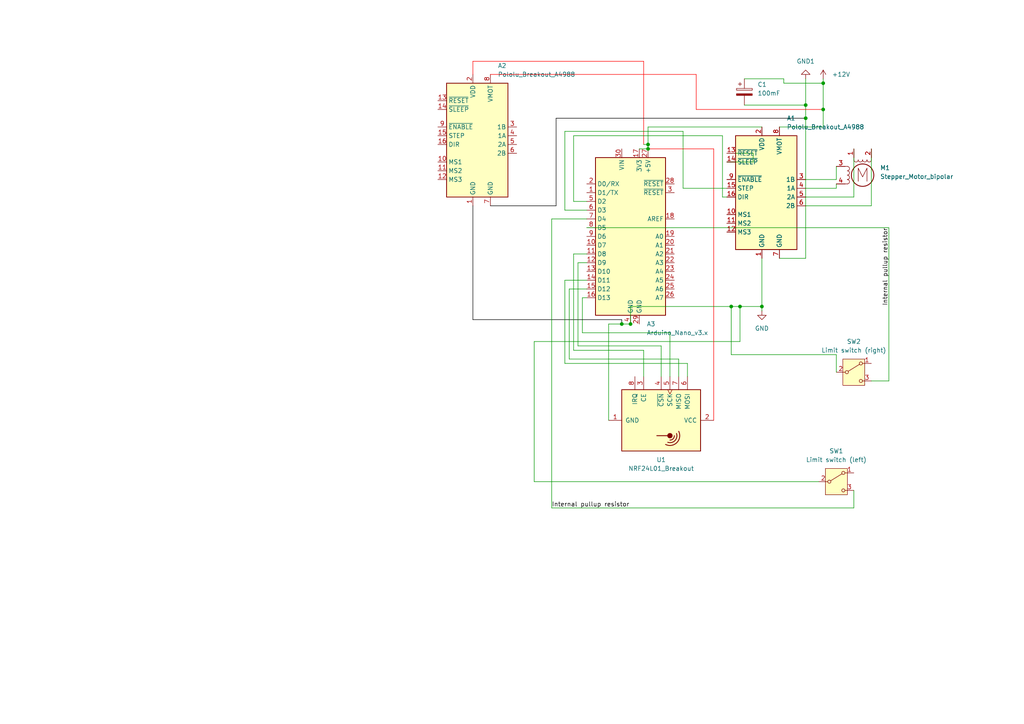
<source format=kicad_sch>
(kicad_sch (version 20250114) (generator "eeschema") (generator_version "9.0")
  (paper "A4")
  (lib_symbols
    (symbol "Device:C_Polarized" (pin_numbers (hide yes)) (pin_names (offset 0.254))
      (property "Reference" "C" (at 0.635 2.54 0))
      (property "Value" "C_Polarized" (at 0.635 -2.54 0))
      (symbol "C_Polarized_0_1"
        (rectangle (start -2.286 0.508) (end 2.286 1.016))
        (polyline (pts (xy -1.778 2.286) (xy -0.762 2.286)))
        (polyline (pts (xy -1.27 2.794) (xy -1.27 1.778)))
        (rectangle (start 2.286 -0.508) (end -2.286 -1.016) (fill (type outline)))
      )
      (symbol "C_Polarized_1_1"
        (pin passive line (at 0 3.81 270) (length 2.794) (name "~") (number "1"))
        (pin passive line (at 0 -3.81 90) (length 2.794) (name "~") (number "2"))
      )
    )
    (symbol "Driver_Motor:Pololu_Breakout_A4988"
      (property "Reference" "A" (at -2.54 19.05 0))
      (property "Value" "Pololu_Breakout_A4988" (at -2.54 16.51 0))
      (symbol "Pololu_Breakout_A4988_0_1"
        (rectangle (start 10.16 -17.78) (end -7.62 15.24) (stroke (width 0.254)) (fill (type background)))
      )
      (symbol "Pololu_Breakout_A4988_1_1"
        (pin input line (at -10.16 10.16 0) (length 2.54) (name "~{RESET}") (number "13"))
        (pin input line (at -10.16 7.62 0) (length 2.54) (name "~{SLEEP}") (number "14"))
        (pin input line (at -10.16 2.54 0) (length 2.54) (name "~{ENABLE}") (number "9"))
        (pin input line (at -10.16 0 0) (length 2.54) (name "STEP") (number "15"))
        (pin input line (at -10.16 -2.54 0) (length 2.54) (name "DIR") (number "16"))
        (pin input line (at -10.16 -7.62 0) (length 2.54) (name "MS1") (number "10"))
        (pin input line (at -10.16 -10.16 0) (length 2.54) (name "MS2") (number "11"))
        (pin input line (at -10.16 -12.7 0) (length 2.54) (name "MS3") (number "12"))
        (pin power_in line (at 0 17.78 270) (length 2.54) (name "VDD") (number "2"))
        (pin power_in line (at 0 -20.32 90) (length 2.54) (name "GND") (number "1"))
        (pin power_in line (at 5.08 17.78 270) (length 2.54) (name "VMOT") (number "8"))
        (pin power_in line (at 5.08 -20.32 90) (length 2.54) (name "GND") (number "7"))
        (pin output line (at 12.7 2.54 180) (length 2.54) (name "1B") (number "3"))
        (pin output line (at 12.7 0 180) (length 2.54) (name "1A") (number "4"))
        (pin output line (at 12.7 -2.54 180) (length 2.54) (name "2A") (number "5"))
        (pin output line (at 12.7 -5.08 180) (length 2.54) (name "2B") (number "6"))
      )
    )
    (symbol "MCU_Module:Arduino_Nano_v3.x"
      (property "Reference" "A" (at -10.16 23.495 0))
      (property "Value" "Arduino_Nano_v3.x" (at 5.08 -24.13 0))
      (symbol "Arduino_Nano_v3.x_0_1"
        (rectangle (start -10.16 22.86) (end 10.16 -22.86) (stroke (width 0.254)) (fill (type background)))
      )
      (symbol "Arduino_Nano_v3.x_1_1"
        (pin bidirectional line (at -12.7 15.24 0) (length 2.54) (name "D0/RX") (number "2"))
        (pin bidirectional line (at -12.7 12.7 0) (length 2.54) (name "D1/TX") (number "1"))
        (pin bidirectional line (at -12.7 10.16 0) (length 2.54) (name "D2") (number "5"))
        (pin bidirectional line (at -12.7 7.62 0) (length 2.54) (name "D3") (number "6"))
        (pin bidirectional line (at -12.7 5.08 0) (length 2.54) (name "D4") (number "7"))
        (pin bidirectional line (at -12.7 2.54 0) (length 2.54) (name "D5") (number "8"))
        (pin bidirectional line (at -12.7 0 0) (length 2.54) (name "D6") (number "9"))
        (pin bidirectional line (at -12.7 -2.54 0) (length 2.54) (name "D7") (number "10"))
        (pin bidirectional line (at -12.7 -5.08 0) (length 2.54) (name "D8") (number "11"))
        (pin bidirectional line (at -12.7 -7.62 0) (length 2.54) (name "D9") (number "12"))
        (pin bidirectional line (at -12.7 -10.16 0) (length 2.54) (name "D10") (number "13"))
        (pin bidirectional line (at -12.7 -12.7 0) (length 2.54) (name "D11") (number "14"))
        (pin bidirectional line (at -12.7 -15.24 0) (length 2.54) (name "D12") (number "15"))
        (pin bidirectional line (at -12.7 -17.78 0) (length 2.54) (name "D13") (number "16"))
        (pin power_in line (at -2.54 25.4 270) (length 2.54) (name "VIN") (number "30"))
        (pin power_in line (at 0 -25.4 90) (length 2.54) (name "GND") (number "4"))
        (pin power_out line (at 2.54 25.4 270) (length 2.54) (name "3V3") (number "17"))
        (pin power_in line (at 2.54 -25.4 90) (length 2.54) (name "GND") (number "29"))
        (pin power_out line (at 5.08 25.4 270) (length 2.54) (name "+5V") (number "27"))
        (pin input line (at 12.7 15.24 180) (length 2.54) (name "~{RESET}") (number "28"))
        (pin input line (at 12.7 12.7 180) (length 2.54) (name "~{RESET}") (number "3"))
        (pin input line (at 12.7 5.08 180) (length 2.54) (name "AREF") (number "18"))
        (pin bidirectional line (at 12.7 0 180) (length 2.54) (name "A0") (number "19"))
        (pin bidirectional line (at 12.7 -2.54 180) (length 2.54) (name "A1") (number "20"))
        (pin bidirectional line (at 12.7 -5.08 180) (length 2.54) (name "A2") (number "21"))
        (pin bidirectional line (at 12.7 -7.62 180) (length 2.54) (name "A3") (number "22"))
        (pin bidirectional line (at 12.7 -10.16 180) (length 2.54) (name "A4") (number "23"))
        (pin bidirectional line (at 12.7 -12.7 180) (length 2.54) (name "A5") (number "24"))
        (pin bidirectional line (at 12.7 -15.24 180) (length 2.54) (name "A6") (number "25"))
        (pin bidirectional line (at 12.7 -17.78 180) (length 2.54) (name "A7") (number "26"))
      )
    )
    (symbol "Motor:Stepper_Motor_bipolar" (pin_names (offset 0) (hide yes))
      (property "Reference" "M" (at 3.81 2.54 0))
      (property "Value" "Stepper_Motor_bipolar" (at 3.81 1.27 0))
      (symbol "Stepper_Motor_bipolar_0_0"
        (polyline (pts (xy -1.27 -1.778) (xy -1.27 2.032) (xy 0 -0.508) (xy 1.27 2.032) (xy 1.27 -1.778)))
      )
      (symbol "Stepper_Motor_bipolar_0_1"
        (polyline (pts (xy -5.08 2.54) (xy -4.445 2.54)))
        (polyline (pts (xy -5.08 -2.54) (xy -4.445 -2.54)))
        (arc (start -4.445 2.54) (mid -3.8127 1.905) (end -4.445 1.27))
        (arc (start -4.445 1.27) (mid -3.8127 0.635) (end -4.445 0))
        (arc (start -4.445 0) (mid -3.8127 -0.635) (end -4.445 -1.27))
        (arc (start -4.445 -1.27) (mid -3.8127 -1.905) (end -4.445 -2.54))
        (polyline (pts (xy -2.54 5.08) (xy -2.54 4.445)))
        (arc (start -1.27 4.445) (mid -1.905 3.8127) (end -2.54 4.445))
        (arc (start 0 4.445) (mid -0.635 3.8127) (end -1.27 4.445))
        (circle (center 0 0) (radius 3.2512) (stroke (width 0.254)))
        (arc (start 1.27 4.445) (mid 0.635 3.8127) (end 0 4.445))
        (arc (start 2.54 4.445) (mid 1.905 3.8127) (end 1.27 4.445))
        (polyline (pts (xy 2.54 5.08) (xy 2.54 4.445)))
      )
      (symbol "Stepper_Motor_bipolar_1_1"
        (pin passive line (at -7.62 2.54 0) (length 2.54) (name "~") (number "3"))
        (pin passive line (at -7.62 -2.54 0) (length 2.54) (name "~") (number "4"))
        (pin passive line (at -2.54 7.62 270) (length 2.54) (name "~") (number "1"))
        (pin passive line (at 2.54 7.62 270) (length 2.54) (name "-") (number "2"))
      )
    )
    (symbol "RF:NRF24L01_Breakout" (pin_names (offset 1.016))
      (property "Reference" "U" (at -8.89 12.7 0))
      (property "Value" "NRF24L01_Breakout" (at 3.81 12.7 0))
      (symbol "NRF24L01_Breakout_0_1"
        (rectangle (start -8.89 11.43) (end 8.89 -11.43) (stroke (width 0.254)) (fill (type background)))
        (arc (start 3.175 5.08) (mid 6.453 4.548) (end 6.985 1.27) (stroke (width 0.254)))
        (circle (center 4.445 2.54) (radius 0.635) (stroke (width 0.254)) (fill (type outline)))
        (polyline (pts (xy 4.445 1.905) (xy 4.445 -1.27)) (stroke (width 0.254)))
        (arc (start 3.81 4.445) (mid 5.8835 3.9785) (end 6.35 1.905) (stroke (width 0.254)))
        (arc (start 4.445 3.81) (mid 5.3558 3.4508) (end 5.715 2.54) (stroke (width 0.254)))
      )
      (symbol "NRF24L01_Breakout_1_1"
        (pin input line (at -12.7 7.62 0) (length 3.81) (name "MOSI") (number "6"))
        (pin output line (at -12.7 5.08 0) (length 3.81) (name "MISO") (number "7"))
        (pin input clock (at -12.7 2.54 0) (length 3.81) (name "SCK") (number "5"))
        (pin input line (at -12.7 0 0) (length 3.81) (name "~{CSN}") (number "4"))
        (pin input line (at -12.7 -5.08 0) (length 3.81) (name "CE") (number "3"))
        (pin output line (at -12.7 -7.62 0) (length 3.81) (name "IRQ") (number "8"))
        (pin power_in line (at 0 15.24 270) (length 3.81) (name "VCC") (number "2"))
        (pin power_in line (at 0 -15.24 90) (length 3.81) (name "GND") (number "1"))
      )
    )
    (symbol "Switch:SW_SPDT" (pin_names (offset 0) (hide yes))
      (property "Reference" "SW" (at 0 5.08 0))
      (property "Value" "SW_SPDT" (at 0 -5.08 0))
      (symbol "SW_SPDT_0_1"
        (circle (center -2.032 0) (radius 0.4572))
        (polyline (pts (xy -1.651 0.254) (xy 1.651 2.286)))
        (circle (center 2.032 2.54) (radius 0.4572))
        (circle (center 2.032 -2.54) (radius 0.4572))
      )
      (symbol "SW_SPDT_1_1"
        (rectangle (start -3.175 3.81) (end 3.175 -3.81) (fill (type background)))
        (pin passive line (at -5.08 0 0) (length 2.54) (name "B") (number "2"))
        (pin passive line (at 5.08 2.54 180) (length 2.54) (name "A") (number "1"))
        (pin passive line (at 5.08 -2.54 180) (length 2.54) (name "C") (number "3"))
      )
    )
    (symbol "power:+9V" (power) (pin_numbers (hide yes)) (pin_names (offset 0) (hide yes))
      (property "Value" "+9V" (at 0 3.556 0))
      (symbol "+9V_0_1"
        (polyline (pts (xy -0.762 1.27) (xy 0 2.54)))
        (polyline (pts (xy 0 2.54) (xy 0.762 1.27)))
        (polyline (pts (xy 0 0) (xy 0 2.54)))
      )
      (symbol "+9V_1_1"
        (pin power_in line (at 0 0 90) (length 0) (name "~") (number "1"))
      )
    )
    (symbol "power:GND" (power) (pin_numbers (hide yes)) (pin_names (offset 0) (hide yes))
      (property "Value" "GND" (at 0 -3.81 0))
      (symbol "GND_0_1"
        (polyline (pts (xy 0 0) (xy 0 -1.27) (xy 1.27 -1.27) (xy 0 -2.54) (xy -1.27 -1.27) (xy 0 -1.27)))
      )
      (symbol "GND_1_1"
        (pin power_in line (at 0 0 270) (length 0) (name "~") (number "1"))
      )
    )
    (symbol "power:GND1" (power) (pin_numbers (hide yes)) (pin_names (offset 0) (hide yes))
      (property "Value" "GND1" (at 0 -3.81 0))
      (symbol "GND1_0_1"
        (polyline (pts (xy 0 0) (xy 0 -1.27) (xy 1.27 -1.27) (xy 0 -2.54) (xy -1.27 -1.27) (xy 0 -1.27)))
      )
      (symbol "GND1_1_1"
        (pin power_in line (at 0 0 270) (length 0) (name "~") (number "1"))
      )
    )
  )
  (junction (at 220.98 88.9))
  (junction (at 238.76 31.75))
  (junction (at 212.09 88.9))
  (junction (at 187.96 41.91))
  (junction (at 187.96 43.18))
  (junction (at 180.34 93.98))
  (junction (at 238.76 24.13))
  (junction (at 233.68 34.29))
  (junction (at 233.68 30.48))
  (junction (at 182.88 93.98))
  (junction (at 214.63 88.9))
  (wire (pts (xy 218.44 46.99) (xy 210.82 46.99)))
  (wire (pts (xy 166.37 39.37) (xy 209.55 39.37)))
  (wire (pts (xy 212.09 88.9) (xy 182.88 88.9)))
  (wire (pts (xy 137.16 21.59) (xy 137.16 17.78)) (stroke (width 0) (color 255 0 0 1)))
  (wire (pts (xy 238.76 24.13) (xy 238.76 22.86)))
  (wire (pts (xy 209.55 39.37) (xy 209.55 57.15)))
  (wire (pts (xy 168.91 86.36) (xy 170.18 86.36)))
  (wire (pts (xy 161.29 59.69) (xy 161.29 34.29)) (stroke (width 0) (color 0 0 0 1)))
  (wire (pts (xy 252.73 110.49) (xy 257.81 110.49)))
  (wire (pts (xy 233.68 57.15) (xy 247.65 57.15)))
  (wire (pts (xy 233.68 22.86) (xy 233.68 30.48)))
  (wire (pts (xy 247.65 57.15) (xy 247.65 43.18)))
  (wire (pts (xy 220.98 88.9) (xy 214.63 88.9)))
  (wire (pts (xy 196.85 104.14) (xy 165.1 104.14)))
  (wire (pts (xy 187.96 41.91) (xy 187.96 43.18)))
  (wire (pts (xy 191.77 109.22) (xy 191.77 100.33)))
  (wire (pts (xy 227.33 22.86) (xy 227.33 24.13)))
  (wire (pts (xy 163.83 60.96) (xy 170.18 60.96)))
  (wire (pts (xy 176.53 121.92) (xy 176.53 93.98)))
  (wire (pts (xy 191.77 100.33) (xy 167.64 100.33)))
  (wire (pts (xy 242.57 102.87) (xy 212.09 102.87)))
  (wire (pts (xy 194.31 96.52) (xy 168.91 96.52)))
  (wire (pts (xy 220.98 36.83) (xy 187.96 36.83)))
  (wire (pts (xy 199.39 105.41) (xy 163.83 105.41)))
  (wire (pts (xy 233.68 30.48) (xy 233.68 34.29)))
  (wire (pts (xy 201.93 31.75) (xy 238.76 31.75)) (stroke (width 0) (color 255 0 0 1)))
  (wire (pts (xy 168.91 96.52) (xy 168.91 86.36)))
  (wire (pts (xy 186.69 101.6) (xy 166.37 101.6)))
  (wire (pts (xy 207.01 43.18) (xy 207.01 121.92)) (stroke (width 0) (color 255 0 0 1)))
  (wire (pts (xy 166.37 101.6) (xy 166.37 73.66)))
  (wire (pts (xy 180.34 92.71) (xy 180.34 93.98)) (stroke (width 0) (color 0 0 0 1)))
  (wire (pts (xy 194.31 109.22) (xy 194.31 96.52)))
  (wire (pts (xy 220.98 90.17) (xy 220.98 88.9)))
  (wire (pts (xy 252.73 59.69) (xy 252.73 43.18)))
  (wire (pts (xy 227.33 24.13) (xy 238.76 24.13)))
  (wire (pts (xy 233.68 34.29) (xy 233.68 74.93)))
  (wire (pts (xy 198.12 38.1) (xy 163.83 38.1)))
  (wire (pts (xy 201.93 21.59) (xy 201.93 31.75)) (stroke (width 0) (color 255 0 0 1)))
  (wire (pts (xy 185.42 43.18) (xy 187.96 43.18)))
  (wire (pts (xy 165.1 104.14) (xy 165.1 83.82)))
  (wire (pts (xy 233.68 54.61) (xy 242.57 54.61)))
  (wire (pts (xy 163.83 81.28) (xy 170.18 81.28)))
  (wire (pts (xy 163.83 38.1) (xy 163.83 60.96)))
  (wire (pts (xy 160.02 63.5) (xy 170.18 63.5)))
  (wire (pts (xy 247.65 142.24) (xy 247.65 147.32)))
  (wire (pts (xy 212.09 102.87) (xy 212.09 88.9)))
  (wire (pts (xy 187.96 36.83) (xy 187.96 41.91)))
  (wire (pts (xy 137.16 59.69) (xy 137.16 92.71)) (stroke (width 0) (color 0 0 0 1)))
  (wire (pts (xy 209.55 57.15) (xy 210.82 57.15)))
  (wire (pts (xy 233.68 59.69) (xy 252.73 59.69)))
  (wire (pts (xy 166.37 39.37) (xy 166.37 58.42)))
  (wire (pts (xy 166.37 58.42) (xy 170.18 58.42)))
  (wire (pts (xy 226.06 36.83) (xy 238.76 36.83)))
  (wire (pts (xy 154.94 139.7) (xy 154.94 99.06)))
  (wire (pts (xy 160.02 147.32) (xy 247.65 147.32)))
  (wire (pts (xy 160.02 147.32) (xy 160.02 63.5)))
  (wire (pts (xy 242.57 52.07) (xy 242.57 48.26)))
  (wire (pts (xy 186.69 109.22) (xy 186.69 101.6)))
  (wire (pts (xy 220.98 74.93) (xy 220.98 88.9)))
  (wire (pts (xy 237.49 139.7) (xy 154.94 139.7)))
  (wire (pts (xy 215.9 30.48) (xy 233.68 30.48)))
  (wire (pts (xy 214.63 88.9) (xy 212.09 88.9)))
  (wire (pts (xy 142.24 21.59) (xy 201.93 21.59)) (stroke (width 0) (color 255 0 0 1)))
  (wire (pts (xy 161.29 34.29) (xy 233.68 34.29)) (stroke (width 0) (color 0 0 0 1)))
  (wire (pts (xy 257.81 66.04) (xy 170.18 66.04)))
  (wire (pts (xy 187.96 43.18) (xy 207.01 43.18)) (stroke (width 0) (color 255 0 0 1)))
  (wire (pts (xy 215.9 22.86) (xy 227.33 22.86)))
  (wire (pts (xy 180.34 93.98) (xy 182.88 93.98)))
  (wire (pts (xy 182.88 88.9) (xy 182.88 93.98)))
  (wire (pts (xy 218.44 44.45) (xy 218.44 46.99)))
  (wire (pts (xy 176.53 93.98) (xy 180.34 93.98)))
  (wire (pts (xy 233.68 52.07) (xy 242.57 52.07)))
  (wire (pts (xy 186.69 17.78) (xy 186.69 41.91)) (stroke (width 0) (color 255 0 0 1)))
  (wire (pts (xy 210.82 54.61) (xy 198.12 54.61)))
  (wire (pts (xy 238.76 31.75) (xy 238.76 24.13)))
  (wire (pts (xy 242.57 54.61) (xy 242.57 53.34)))
  (wire (pts (xy 198.12 54.61) (xy 198.12 38.1)))
  (wire (pts (xy 210.82 44.45) (xy 218.44 44.45)))
  (wire (pts (xy 142.24 59.69) (xy 161.29 59.69)) (stroke (width 0) (color 0 0 0 1)))
  (wire (pts (xy 154.94 99.06) (xy 214.63 99.06)))
  (wire (pts (xy 167.64 76.2) (xy 170.18 76.2)))
  (wire (pts (xy 165.1 83.82) (xy 170.18 83.82)))
  (wire (pts (xy 137.16 92.71) (xy 180.34 92.71)) (stroke (width 0) (color 0 0 0 1)))
  (wire (pts (xy 257.81 110.49) (xy 257.81 66.04)))
  (wire (pts (xy 137.16 17.78) (xy 186.69 17.78)) (stroke (width 0) (color 255 0 0 1)))
  (wire (pts (xy 167.64 100.33) (xy 167.64 76.2)))
  (wire (pts (xy 186.69 41.91) (xy 187.96 41.91)))
  (wire (pts (xy 242.57 107.95) (xy 242.57 102.87)))
  (wire (pts (xy 196.85 109.22) (xy 196.85 104.14)))
  (wire (pts (xy 163.83 105.41) (xy 163.83 81.28)))
  (wire (pts (xy 199.39 109.22) (xy 199.39 105.41)))
  (wire (pts (xy 238.76 36.83) (xy 238.76 31.75)))
  (wire (pts (xy 226.06 74.93) (xy 233.68 74.93)))
  (wire (pts (xy 166.37 73.66) (xy 170.18 73.66)))
  (wire (pts (xy 214.63 88.9) (xy 214.63 99.06)))
  (label "Internal pullup resistor" (at 257.81 66.04 270))
  (label "Internal pullup resistor" (at 160.02 147.32 0))
  (symbol (lib_id "MCU_Module:Arduino_Nano_v3.x") (at 182.88 68.58 0) (unit 1)
    (property "Reference" "A3" (at 187.5633 93.98 0) (effects (justify left)))
    (property "Value" "Arduino_Nano_v3.x" (at 187.5633 96.52 0) (effects (justify left)))
    (property "Footprint" "Module:Arduino_Nano" (effects (hide yes)))
    (property "Datasheet" "http://www.mouser.com/pdfdocs/Gravitech_Arduino_Nano3_0.pdf" (effects (hide yes)))
    (property "Description" "Arduino Nano v3.x" (effects (hide yes)))
  )
  (symbol (lib_id "Switch:SW_SPDT") (at 242.57 139.7 0) (unit 1)
    (property "Reference" "SW1" (at 242.57 130.81 0))
    (property "Value" "Limit switch (left)" (at 242.57 133.35 0))
    (property "Description" "Switch, single pole double throw" (effects (hide yes)))
  )
  (symbol (lib_id "Switch:SW_SPDT") (at 247.65 107.95 0) (unit 1)
    (property "Reference" "SW2" (at 247.65 99.06 0))
    (property "Value" "Limit switch (right)" (at 247.65 101.6 0))
    (property "Description" "Switch, single pole double throw" (effects (hide yes)))
  )
  (symbol (lib_id "Driver_Motor:Pololu_Breakout_A4988") (at 220.98 54.61 0) (unit 1)
    (property "Reference" "A1" (at 228.2033 34.29 0) (effects (justify left)))
    (property "Value" "Pololu_Breakout_A4988" (at 228.2033 36.83 0) (effects (justify left)))
    (property "Footprint" "Module:Pololu_Breakout-16_15.2x20.3mm" (effects (hide yes)))
    (property "Datasheet" "https://www.pololu.com/product/2980/pictures" (effects (hide yes)))
    (property "Description" "Pololu Breakout Board, Stepper Driver A4988" (effects (hide yes)))
  )
  (symbol (lib_id "Device:C_Polarized") (at 215.9 26.67 0) (unit 1)
    (property "Reference" "C1" (at 219.71 24.5109 0) (effects (justify left)))
    (property "Value" "100mF" (at 219.71 27.0509 0) (effects (justify left)))
    (property "Description" "Polarized capacitor" (effects (hide yes)))
  )
  (symbol (lib_id "power:GND1") (at 233.68 22.86 180) (unit 1)
    (property "Reference" "#PWR03" (effects (hide yes)))
    (property "Value" "GND1" (at 233.68 17.78 0))
    (property "Description" "Power symbol creates a global label with name \"GND1\" , ground" (effects (hide yes)))
  )
  (symbol (lib_id "power:+9V") (at 238.76 22.86 0) (unit 1)
    (property "Reference" "#PWR02" (effects (hide yes)))
    (property "Value" "+12V" (at 241.3 21.5899 0) (effects (justify left)))
    (property "Description" "Power symbol creates a global label with name \"+9V\"" (effects (hide yes)))
  )
  (symbol (lib_id "Motor:Stepper_Motor_bipolar") (at 250.19 50.8 0) (unit 1)
    (property "Reference" "M1" (at 255.27 48.679 0) (effects (justify left)))
    (property "Value" "Stepper_Motor_bipolar" (at 255.27 51.219 0) (effects (justify left)))
    (property "Datasheet" "http://www.infineon.com/dgdl/Application-Note-TLE8110EE_driving_UniPolarStepperMotor_V1.1.pdf?fileId=db3a30431be39b97011be5d0aa0a00b0" (effects (hide yes)))
    (property "Description" "4-wire bipolar stepper motor" (effects (hide yes)))
  )
  (symbol (lib_id "Driver_Motor:Pololu_Breakout_A4988") (at 137.16 39.37 0) (unit 1)
    (property "Reference" "A2" (at 144.3833 19.05 0) (effects (justify left)))
    (property "Value" "Pololu_Breakout_A4988" (at 144.3833 21.59 0) (effects (justify left)))
    (property "Footprint" "Module:Pololu_Breakout-16_15.2x20.3mm" (effects (hide yes)))
    (property "Datasheet" "https://www.pololu.com/product/2980/pictures" (effects (hide yes)))
    (property "Description" "Pololu Breakout Board, Stepper Driver A4988" (effects (hide yes)))
  )
  (symbol (lib_id "power:GND") (at 220.98 90.17 0) (unit 1)
    (property "Reference" "#PWR01" (effects (hide yes)))
    (property "Value" "GND" (at 220.98 95.25 0))
    (property "Description" "Power symbol creates a global label with name \"GND\" , ground" (effects (hide yes)))
  )
  (symbol (lib_id "RF:NRF24L01_Breakout") (at 191.77 121.92 270) (unit 1)
    (property "Reference" "U1" (at 191.77 133.35 90))
    (property "Value" "NRF24L01_Breakout" (at 191.77 135.89 90))
    (property "Footprint" "RF_Module:nRF24L01_Breakout" (effects (hide yes)))
    (property "Datasheet" "http://www.nordicsemi.com/eng/content/download/2730/34105/file/nRF24L01_Product_Specification_v2_0.pdf" (effects (hide yes)))
    (property "Description" "Ultra low power 2.4GHz RF Transceiver, Carrier PCB" (effects (hide yes)))
  )
)
</source>
